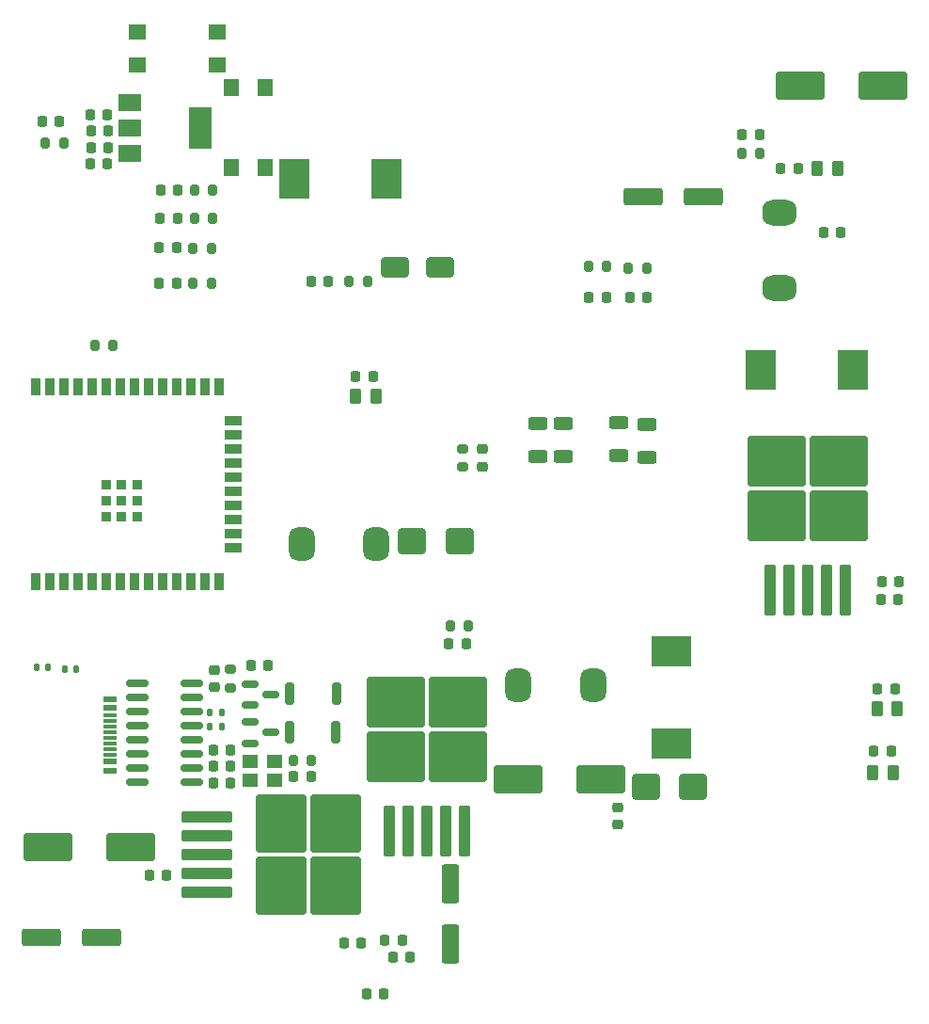
<source format=gbr>
%TF.GenerationSoftware,KiCad,Pcbnew,8.0.2*%
%TF.CreationDate,2024-06-04T14:33:09+05:30*%
%TF.ProjectId,evoborne,65766f62-6f72-46e6-952e-6b696361645f,rev?*%
%TF.SameCoordinates,Original*%
%TF.FileFunction,Paste,Top*%
%TF.FilePolarity,Positive*%
%FSLAX46Y46*%
G04 Gerber Fmt 4.6, Leading zero omitted, Abs format (unit mm)*
G04 Created by KiCad (PCBNEW 8.0.2) date 2024-06-04 14:33:09*
%MOMM*%
%LPD*%
G01*
G04 APERTURE LIST*
G04 Aperture macros list*
%AMRoundRect*
0 Rectangle with rounded corners*
0 $1 Rounding radius*
0 $2 $3 $4 $5 $6 $7 $8 $9 X,Y pos of 4 corners*
0 Add a 4 corners polygon primitive as box body*
4,1,4,$2,$3,$4,$5,$6,$7,$8,$9,$2,$3,0*
0 Add four circle primitives for the rounded corners*
1,1,$1+$1,$2,$3*
1,1,$1+$1,$4,$5*
1,1,$1+$1,$6,$7*
1,1,$1+$1,$8,$9*
0 Add four rect primitives between the rounded corners*
20,1,$1+$1,$2,$3,$4,$5,0*
20,1,$1+$1,$4,$5,$6,$7,0*
20,1,$1+$1,$6,$7,$8,$9,0*
20,1,$1+$1,$8,$9,$2,$3,0*%
G04 Aperture macros list end*
%ADD10RoundRect,0.250000X1.500000X0.550000X-1.500000X0.550000X-1.500000X-0.550000X1.500000X-0.550000X0*%
%ADD11RoundRect,0.200000X-0.200000X-0.275000X0.200000X-0.275000X0.200000X0.275000X-0.200000X0.275000X0*%
%ADD12RoundRect,0.250000X0.300000X-2.050000X0.300000X2.050000X-0.300000X2.050000X-0.300000X-2.050000X0*%
%ADD13RoundRect,0.250000X2.375000X-2.025000X2.375000X2.025000X-2.375000X2.025000X-2.375000X-2.025000X0*%
%ADD14R,2.700000X3.600000*%
%ADD15RoundRect,0.250000X-1.000000X-0.650000X1.000000X-0.650000X1.000000X0.650000X-1.000000X0.650000X0*%
%ADD16RoundRect,0.200000X-0.200000X-0.800000X0.200000X-0.800000X0.200000X0.800000X-0.200000X0.800000X0*%
%ADD17R,0.900000X1.500000*%
%ADD18R,1.500000X0.900000*%
%ADD19R,0.900000X0.900000*%
%ADD20RoundRect,0.225000X-0.225000X-0.250000X0.225000X-0.250000X0.225000X0.250000X-0.225000X0.250000X0*%
%ADD21RoundRect,0.250000X0.550000X-1.500000X0.550000X1.500000X-0.550000X1.500000X-0.550000X-1.500000X0*%
%ADD22RoundRect,0.200000X0.200000X0.275000X-0.200000X0.275000X-0.200000X-0.275000X0.200000X-0.275000X0*%
%ADD23RoundRect,0.250000X-1.000000X-0.900000X1.000000X-0.900000X1.000000X0.900000X-1.000000X0.900000X0*%
%ADD24RoundRect,0.200000X0.275000X-0.200000X0.275000X0.200000X-0.275000X0.200000X-0.275000X-0.200000X0*%
%ADD25RoundRect,0.250000X1.950000X1.000000X-1.950000X1.000000X-1.950000X-1.000000X1.950000X-1.000000X0*%
%ADD26RoundRect,0.225000X0.225000X0.250000X-0.225000X0.250000X-0.225000X-0.250000X0.225000X-0.250000X0*%
%ADD27RoundRect,0.218750X-0.218750X-0.256250X0.218750X-0.256250X0.218750X0.256250X-0.218750X0.256250X0*%
%ADD28RoundRect,0.200000X-0.275000X0.200000X-0.275000X-0.200000X0.275000X-0.200000X0.275000X0.200000X0*%
%ADD29R,1.600000X1.400000*%
%ADD30RoundRect,0.218750X0.218750X0.256250X-0.218750X0.256250X-0.218750X-0.256250X0.218750X-0.256250X0*%
%ADD31RoundRect,0.150000X-0.587500X-0.150000X0.587500X-0.150000X0.587500X0.150000X-0.587500X0.150000X0*%
%ADD32R,1.400000X1.600000*%
%ADD33RoundRect,0.250000X0.262500X0.450000X-0.262500X0.450000X-0.262500X-0.450000X0.262500X-0.450000X0*%
%ADD34RoundRect,0.218750X-0.256250X0.218750X-0.256250X-0.218750X0.256250X-0.218750X0.256250X0.218750X0*%
%ADD35RoundRect,0.135000X0.135000X0.185000X-0.135000X0.185000X-0.135000X-0.185000X0.135000X-0.185000X0*%
%ADD36RoundRect,0.135000X-0.135000X-0.185000X0.135000X-0.185000X0.135000X0.185000X-0.135000X0.185000X0*%
%ADD37RoundRect,0.885400X-0.279600X-0.649600X0.279600X-0.649600X0.279600X0.649600X-0.279600X0.649600X0*%
%ADD38RoundRect,0.250000X0.625000X-0.312500X0.625000X0.312500X-0.625000X0.312500X-0.625000X-0.312500X0*%
%ADD39RoundRect,0.225000X0.250000X-0.225000X0.250000X0.225000X-0.250000X0.225000X-0.250000X-0.225000X0*%
%ADD40RoundRect,0.250000X-1.950000X-1.000000X1.950000X-1.000000X1.950000X1.000000X-1.950000X1.000000X0*%
%ADD41RoundRect,0.250000X1.000000X0.900000X-1.000000X0.900000X-1.000000X-0.900000X1.000000X-0.900000X0*%
%ADD42RoundRect,0.250000X-2.050000X-0.300000X2.050000X-0.300000X2.050000X0.300000X-2.050000X0.300000X0*%
%ADD43RoundRect,0.250000X-2.025000X-2.375000X2.025000X-2.375000X2.025000X2.375000X-2.025000X2.375000X0*%
%ADD44R,1.240000X0.600000*%
%ADD45R,1.240000X0.300000*%
%ADD46R,2.000000X1.500000*%
%ADD47R,2.000000X3.800000*%
%ADD48R,3.600000X2.700000*%
%ADD49RoundRect,0.250000X-1.500000X-0.550000X1.500000X-0.550000X1.500000X0.550000X-1.500000X0.550000X0*%
%ADD50RoundRect,0.250000X-0.262500X-0.450000X0.262500X-0.450000X0.262500X0.450000X-0.262500X0.450000X0*%
%ADD51R,1.400000X1.200000*%
%ADD52RoundRect,0.885400X0.649600X-0.279600X0.649600X0.279600X-0.649600X0.279600X-0.649600X-0.279600X0*%
%ADD53RoundRect,0.150000X-0.825000X-0.150000X0.825000X-0.150000X0.825000X0.150000X-0.825000X0.150000X0*%
G04 APERTURE END LIST*
D10*
%TO.C,C12*%
X57410000Y-144520000D03*
X52010000Y-144520000D03*
%TD*%
D11*
%TO.C,R14*%
X104840000Y-84290000D03*
X106490000Y-84290000D03*
%TD*%
%TO.C,R20*%
X52355000Y-73000000D03*
X54005000Y-73000000D03*
%TD*%
D12*
%TO.C,U5*%
X83285000Y-134935000D03*
X84985000Y-134935000D03*
X86685000Y-134935000D03*
D13*
X83910000Y-128210000D03*
X89460000Y-128210000D03*
X83910000Y-123360000D03*
X89460000Y-123360000D03*
D12*
X88385000Y-134935000D03*
X90085000Y-134935000D03*
%TD*%
D11*
%TO.C,R19*%
X115052500Y-73930000D03*
X116702500Y-73930000D03*
%TD*%
D14*
%TO.C,L3*%
X83050000Y-76210000D03*
X74750000Y-76210000D03*
%TD*%
D15*
%TO.C,D8*%
X83860000Y-84220000D03*
X87860000Y-84220000D03*
%TD*%
D16*
%TO.C,SW6*%
X74360000Y-122560000D03*
X78560000Y-122560000D03*
%TD*%
D17*
%TO.C,U3*%
X51480000Y-112450000D03*
X52750000Y-112450000D03*
X54020000Y-112450000D03*
X55290000Y-112450000D03*
X56560000Y-112450000D03*
X57830000Y-112450000D03*
X59100000Y-112450000D03*
X60370000Y-112450000D03*
X61640000Y-112450000D03*
X62910000Y-112450000D03*
X64180000Y-112450000D03*
X65450000Y-112450000D03*
X66720000Y-112450000D03*
X67990000Y-112450000D03*
D18*
X69240000Y-109415000D03*
X69240000Y-108145000D03*
X69240000Y-106875000D03*
X69240000Y-105605000D03*
X69240000Y-104335000D03*
X69240000Y-103065000D03*
X69240000Y-101795000D03*
X69240000Y-100525000D03*
X69240000Y-99255000D03*
X69240000Y-97985000D03*
D17*
X67990000Y-94950000D03*
X66720000Y-94950000D03*
X65450000Y-94950000D03*
X64180000Y-94950000D03*
X62910000Y-94950000D03*
X61640000Y-94950000D03*
X60370000Y-94950000D03*
X59100000Y-94950000D03*
X57830000Y-94950000D03*
X56560000Y-94950000D03*
X55290000Y-94950000D03*
X54020000Y-94950000D03*
X52750000Y-94950000D03*
X51480000Y-94950000D03*
D19*
X57800000Y-106600000D03*
X57800000Y-105200000D03*
X57800000Y-103800000D03*
X59200000Y-106600000D03*
X59200000Y-105200000D03*
X59200000Y-103800000D03*
X60600000Y-106600000D03*
X60600000Y-105200000D03*
X60600000Y-103800000D03*
%TD*%
D20*
%TO.C,C24*%
X74725000Y-130050000D03*
X76275000Y-130050000D03*
%TD*%
D21*
%TO.C,C9*%
X88790000Y-145080000D03*
X88790000Y-139680000D03*
%TD*%
D12*
%TO.C,U4*%
X117610000Y-113250000D03*
X119310000Y-113250000D03*
X121010000Y-113250000D03*
D13*
X118235000Y-106525000D03*
X123785000Y-106525000D03*
X118235000Y-101675000D03*
X123785000Y-101675000D03*
D12*
X122710000Y-113250000D03*
X124410000Y-113250000D03*
%TD*%
D11*
%TO.C,R18*%
X65790000Y-77280000D03*
X67440000Y-77280000D03*
%TD*%
D22*
%TO.C,R11*%
X102885000Y-84110000D03*
X101235000Y-84110000D03*
%TD*%
D20*
%TO.C,C13*%
X81280000Y-149606000D03*
X82830000Y-149606000D03*
%TD*%
D23*
%TO.C,D3*%
X85330000Y-108820000D03*
X89630000Y-108820000D03*
%TD*%
D24*
%TO.C,R8*%
X69010000Y-122015000D03*
X69010000Y-120365000D03*
%TD*%
D25*
%TO.C,C11*%
X102340000Y-130230000D03*
X94940000Y-130230000D03*
%TD*%
D26*
%TO.C,C17*%
X129140000Y-114100000D03*
X127590000Y-114100000D03*
%TD*%
D27*
%TO.C,D18*%
X52044500Y-71120000D03*
X53619500Y-71120000D03*
%TD*%
D28*
%TO.C,R12*%
X89916000Y-100521000D03*
X89916000Y-102171000D03*
%TD*%
D11*
%TO.C,R17*%
X65752500Y-79830000D03*
X67402500Y-79830000D03*
%TD*%
D29*
%TO.C,SW7*%
X60662000Y-66016000D03*
X67862000Y-66016000D03*
X60662000Y-63016000D03*
X67862000Y-63016000D03*
%TD*%
D26*
%TO.C,C3*%
X57990000Y-71950000D03*
X56440000Y-71950000D03*
%TD*%
D20*
%TO.C,C21*%
X67500000Y-130560000D03*
X69050000Y-130560000D03*
%TD*%
%TO.C,C22*%
X67500000Y-127620000D03*
X69050000Y-127620000D03*
%TD*%
D16*
%TO.C,SW5*%
X74320000Y-126020000D03*
X78520000Y-126020000D03*
%TD*%
D30*
%TO.C,D15*%
X64270000Y-79840000D03*
X62695000Y-79840000D03*
%TD*%
D31*
%TO.C,Q1*%
X70785000Y-125110000D03*
X70785000Y-127010000D03*
X72660000Y-126060000D03*
%TD*%
%TO.C,Q2*%
X70780000Y-121680000D03*
X70780000Y-123580000D03*
X72655000Y-122630000D03*
%TD*%
D32*
%TO.C,SW8*%
X69112000Y-68028000D03*
X69112000Y-75228000D03*
X72112000Y-68028000D03*
X72112000Y-75228000D03*
%TD*%
D30*
%TO.C,D13*%
X64180000Y-85620000D03*
X62605000Y-85620000D03*
%TD*%
D20*
%TO.C,C25*%
X70840000Y-120060000D03*
X72390000Y-120060000D03*
%TD*%
D33*
%TO.C,R22*%
X123692500Y-75320000D03*
X121867500Y-75320000D03*
%TD*%
D34*
%TO.C,D10*%
X91694000Y-100558500D03*
X91694000Y-102133500D03*
%TD*%
D30*
%TO.C,D2*%
X128829000Y-122174000D03*
X127254000Y-122174000D03*
%TD*%
D14*
%TO.C,L1*%
X116800000Y-93410000D03*
X125100000Y-93410000D03*
%TD*%
D20*
%TO.C,C15*%
X61695000Y-138940000D03*
X63245000Y-138940000D03*
%TD*%
D30*
%TO.C,D9*%
X102877500Y-86890000D03*
X101302500Y-86890000D03*
%TD*%
%TO.C,D14*%
X64147500Y-82450000D03*
X62572500Y-82450000D03*
%TD*%
D35*
%TO.C,R29*%
X68210000Y-124220000D03*
X67190000Y-124220000D03*
%TD*%
D36*
%TO.C,R25*%
X54090000Y-120320000D03*
X55110000Y-120320000D03*
%TD*%
D27*
%TO.C,D5*%
X115072500Y-72270000D03*
X116647500Y-72270000D03*
%TD*%
D11*
%TO.C,R9*%
X74680000Y-128550000D03*
X76330000Y-128550000D03*
%TD*%
D37*
%TO.C,D7*%
X82157500Y-109060000D03*
X75427500Y-109060000D03*
%TD*%
D38*
%TO.C,R4*%
X106500000Y-101285000D03*
X106500000Y-98360000D03*
%TD*%
D37*
%TO.C,D6*%
X101660000Y-121800000D03*
X94930000Y-121800000D03*
%TD*%
D30*
%TO.C,D11*%
X90247500Y-118100000D03*
X88672500Y-118100000D03*
%TD*%
D11*
%TO.C,R15*%
X65650000Y-85640000D03*
X67300000Y-85640000D03*
%TD*%
D26*
%TO.C,C2*%
X57960000Y-74930000D03*
X56410000Y-74930000D03*
%TD*%
D39*
%TO.C,C10*%
X103930000Y-134340000D03*
X103930000Y-132790000D03*
%TD*%
D30*
%TO.C,D16*%
X64287500Y-77260000D03*
X62712500Y-77260000D03*
%TD*%
D36*
%TO.C,R26*%
X51570000Y-120220000D03*
X52590000Y-120220000D03*
%TD*%
D27*
%TO.C,D12*%
X104972500Y-86940000D03*
X106547500Y-86940000D03*
%TD*%
D20*
%TO.C,C6*%
X127675000Y-112520000D03*
X129225000Y-112520000D03*
%TD*%
D11*
%TO.C,R27*%
X56800000Y-91200000D03*
X58450000Y-91200000D03*
%TD*%
D20*
%TO.C,C14*%
X79222000Y-145034000D03*
X80772000Y-145034000D03*
%TD*%
D26*
%TO.C,C4*%
X57960000Y-70490000D03*
X56410000Y-70490000D03*
%TD*%
D27*
%TO.C,D19*%
X118545000Y-75310000D03*
X120120000Y-75310000D03*
%TD*%
D39*
%TO.C,C23*%
X67540000Y-121995000D03*
X67540000Y-120445000D03*
%TD*%
D40*
%TO.C,C16*%
X52610000Y-136360000D03*
X60010000Y-136360000D03*
%TD*%
D41*
%TO.C,D1*%
X110700000Y-130920000D03*
X106400000Y-130920000D03*
%TD*%
D42*
%TO.C,U6*%
X66890000Y-133640000D03*
X66890000Y-135340000D03*
X66890000Y-137040000D03*
D43*
X73615000Y-134265000D03*
X73615000Y-139815000D03*
X78465000Y-134265000D03*
X78465000Y-139815000D03*
D42*
X66890000Y-138740000D03*
X66890000Y-140440000D03*
%TD*%
D22*
%TO.C,R21*%
X81340000Y-85460000D03*
X79690000Y-85460000D03*
%TD*%
D27*
%TO.C,D20*%
X126962500Y-127750000D03*
X128537500Y-127750000D03*
%TD*%
D44*
%TO.C,J14*%
X58175000Y-123070000D03*
X58175000Y-123870000D03*
D45*
X58175000Y-125020000D03*
X58175000Y-126020000D03*
X58175000Y-126520000D03*
X58175000Y-127520000D03*
D44*
X58175000Y-128670000D03*
X58175000Y-129470000D03*
X58175000Y-129470000D03*
X58175000Y-128670000D03*
D45*
X58175000Y-128020000D03*
X58175000Y-127020000D03*
X58175000Y-125520000D03*
X58175000Y-124520000D03*
D44*
X58175000Y-123870000D03*
X58175000Y-123070000D03*
%TD*%
D25*
%TO.C,C19*%
X127750000Y-67890000D03*
X120350000Y-67890000D03*
%TD*%
D38*
%TO.C,R2*%
X96680000Y-101192500D03*
X96680000Y-98267500D03*
%TD*%
D46*
%TO.C,U2*%
X59980000Y-69390000D03*
X59980000Y-71690000D03*
D47*
X66280000Y-71690000D03*
D46*
X59980000Y-73990000D03*
%TD*%
D20*
%TO.C,C20*%
X67480000Y-129100000D03*
X69030000Y-129100000D03*
%TD*%
%TO.C,C26*%
X80305000Y-94050000D03*
X81855000Y-94050000D03*
%TD*%
D26*
%TO.C,C1*%
X57990000Y-73470000D03*
X56440000Y-73470000D03*
%TD*%
D48*
%TO.C,L2*%
X108730000Y-127070000D03*
X108730000Y-118770000D03*
%TD*%
D27*
%TO.C,D17*%
X76275000Y-85450000D03*
X77850000Y-85450000D03*
%TD*%
D49*
%TO.C,C5*%
X106170000Y-77850000D03*
X111570000Y-77850000D03*
%TD*%
D20*
%TO.C,C18*%
X122450000Y-81100000D03*
X124000000Y-81100000D03*
%TD*%
D33*
%TO.C,R23*%
X129079000Y-123952000D03*
X127254000Y-123952000D03*
%TD*%
D50*
%TO.C,R24*%
X126837500Y-129640000D03*
X128662500Y-129640000D03*
%TD*%
D38*
%TO.C,R3*%
X104010000Y-101125000D03*
X104010000Y-98200000D03*
%TD*%
D50*
%TO.C,R10*%
X80277500Y-95810000D03*
X82102500Y-95810000D03*
%TD*%
D51*
%TO.C,Y1*%
X70780000Y-130370000D03*
X72980000Y-130370000D03*
X72980000Y-128670000D03*
X70780000Y-128670000D03*
%TD*%
D52*
%TO.C,D4*%
X118430000Y-79302500D03*
X118430000Y-86032500D03*
%TD*%
D35*
%TO.C,R28*%
X68210000Y-125490000D03*
X67190000Y-125490000D03*
%TD*%
D20*
%TO.C,C8*%
X83630000Y-146230000D03*
X85180000Y-146230000D03*
%TD*%
D38*
%TO.C,R1*%
X99020000Y-101210000D03*
X99020000Y-98285000D03*
%TD*%
D53*
%TO.C,U7*%
X60590000Y-121660000D03*
X60590000Y-122930000D03*
X60590000Y-124200000D03*
X60590000Y-125470000D03*
X60590000Y-126740000D03*
X60590000Y-128010000D03*
X60590000Y-129280000D03*
X60590000Y-130550000D03*
X65540000Y-130550000D03*
X65540000Y-129280000D03*
X65540000Y-128010000D03*
X65540000Y-126740000D03*
X65540000Y-125470000D03*
X65540000Y-124200000D03*
X65540000Y-122930000D03*
X65540000Y-121660000D03*
%TD*%
D20*
%TO.C,C7*%
X82920000Y-144740000D03*
X84470000Y-144740000D03*
%TD*%
D22*
%TO.C,R13*%
X90445000Y-116480000D03*
X88795000Y-116480000D03*
%TD*%
D11*
%TO.C,R16*%
X65625000Y-82470000D03*
X67275000Y-82470000D03*
%TD*%
M02*

</source>
